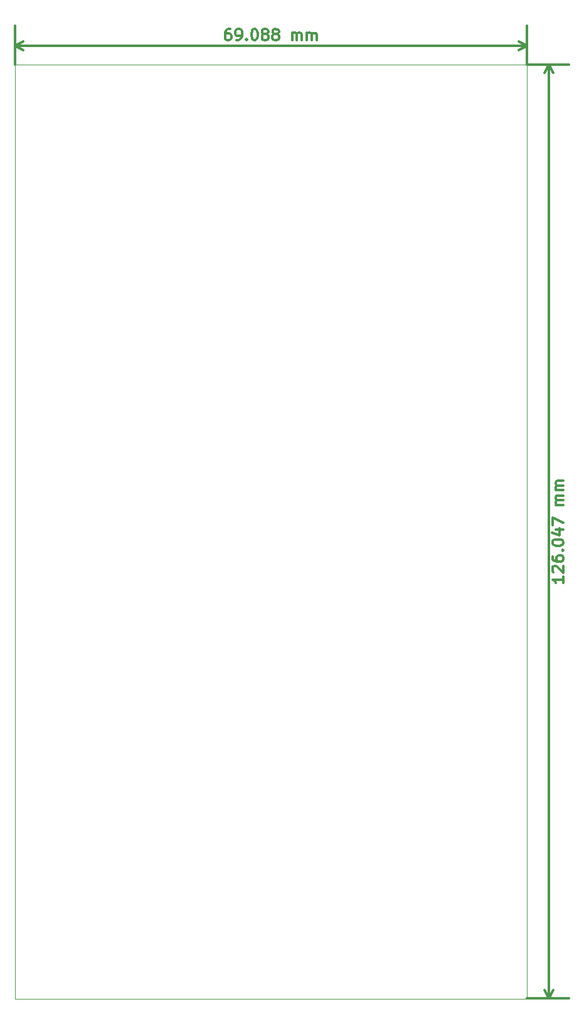
<source format=gbr>
G04 (created by PCBNEW (2013-07-07 BZR 4022)-stable) date 8/21/2014 1:45:18 PM*
%MOIN*%
G04 Gerber Fmt 3.4, Leading zero omitted, Abs format*
%FSLAX34Y34*%
G01*
G70*
G90*
G04 APERTURE LIST*
%ADD10C,0.00590551*%
%ADD11C,0.011811*%
%ADD12C,0.00393701*%
G04 APERTURE END LIST*
G54D10*
G54D11*
X51236Y-10175D02*
X51124Y-10175D01*
X51067Y-10203D01*
X51039Y-10231D01*
X50983Y-10315D01*
X50955Y-10428D01*
X50954Y-10653D01*
X50982Y-10709D01*
X51010Y-10737D01*
X51066Y-10765D01*
X51179Y-10766D01*
X51235Y-10738D01*
X51263Y-10710D01*
X51292Y-10653D01*
X51292Y-10513D01*
X51264Y-10456D01*
X51236Y-10428D01*
X51180Y-10400D01*
X51067Y-10400D01*
X51011Y-10428D01*
X50983Y-10456D01*
X50954Y-10512D01*
X51573Y-10766D02*
X51685Y-10767D01*
X51741Y-10739D01*
X51770Y-10710D01*
X51826Y-10626D01*
X51854Y-10514D01*
X51855Y-10289D01*
X51827Y-10232D01*
X51799Y-10204D01*
X51742Y-10176D01*
X51630Y-10176D01*
X51574Y-10204D01*
X51545Y-10232D01*
X51517Y-10288D01*
X51517Y-10429D01*
X51545Y-10485D01*
X51573Y-10513D01*
X51629Y-10541D01*
X51742Y-10542D01*
X51798Y-10514D01*
X51826Y-10486D01*
X51854Y-10429D01*
X52107Y-10711D02*
X52135Y-10739D01*
X52107Y-10767D01*
X52079Y-10739D01*
X52107Y-10711D01*
X52107Y-10767D01*
X52502Y-10177D02*
X52558Y-10178D01*
X52614Y-10206D01*
X52642Y-10234D01*
X52670Y-10290D01*
X52698Y-10403D01*
X52698Y-10543D01*
X52670Y-10656D01*
X52641Y-10712D01*
X52613Y-10740D01*
X52557Y-10768D01*
X52501Y-10768D01*
X52444Y-10740D01*
X52416Y-10712D01*
X52388Y-10655D01*
X52360Y-10543D01*
X52361Y-10402D01*
X52389Y-10290D01*
X52417Y-10234D01*
X52445Y-10205D01*
X52502Y-10177D01*
X53036Y-10431D02*
X52979Y-10403D01*
X52951Y-10375D01*
X52923Y-10319D01*
X52923Y-10291D01*
X52951Y-10234D01*
X52980Y-10206D01*
X53036Y-10178D01*
X53148Y-10179D01*
X53205Y-10207D01*
X53233Y-10235D01*
X53261Y-10291D01*
X53261Y-10319D01*
X53232Y-10376D01*
X53204Y-10404D01*
X53148Y-10432D01*
X53036Y-10431D01*
X52979Y-10459D01*
X52951Y-10488D01*
X52923Y-10544D01*
X52923Y-10656D01*
X52951Y-10713D01*
X52979Y-10741D01*
X53035Y-10769D01*
X53147Y-10769D01*
X53204Y-10741D01*
X53232Y-10713D01*
X53260Y-10657D01*
X53260Y-10544D01*
X53232Y-10488D01*
X53204Y-10460D01*
X53148Y-10432D01*
X53598Y-10432D02*
X53542Y-10404D01*
X53514Y-10376D01*
X53486Y-10320D01*
X53486Y-10292D01*
X53514Y-10235D01*
X53542Y-10207D01*
X53598Y-10179D01*
X53711Y-10180D01*
X53767Y-10208D01*
X53795Y-10236D01*
X53823Y-10292D01*
X53823Y-10320D01*
X53795Y-10377D01*
X53767Y-10405D01*
X53710Y-10433D01*
X53598Y-10432D01*
X53542Y-10460D01*
X53513Y-10489D01*
X53485Y-10545D01*
X53485Y-10657D01*
X53513Y-10713D01*
X53541Y-10742D01*
X53597Y-10770D01*
X53710Y-10770D01*
X53766Y-10742D01*
X53794Y-10714D01*
X53823Y-10658D01*
X53823Y-10545D01*
X53795Y-10489D01*
X53767Y-10461D01*
X53710Y-10433D01*
X54525Y-10772D02*
X54526Y-10378D01*
X54526Y-10434D02*
X54554Y-10406D01*
X54610Y-10378D01*
X54695Y-10378D01*
X54751Y-10406D01*
X54779Y-10463D01*
X54778Y-10772D01*
X54779Y-10463D02*
X54807Y-10406D01*
X54863Y-10378D01*
X54948Y-10379D01*
X55004Y-10407D01*
X55032Y-10463D01*
X55032Y-10772D01*
X55313Y-10773D02*
X55313Y-10379D01*
X55313Y-10435D02*
X55342Y-10407D01*
X55398Y-10379D01*
X55482Y-10379D01*
X55538Y-10408D01*
X55566Y-10464D01*
X55566Y-10773D01*
X55566Y-10464D02*
X55595Y-10408D01*
X55651Y-10380D01*
X55735Y-10380D01*
X55791Y-10408D01*
X55819Y-10464D01*
X55819Y-10774D01*
X39800Y-11050D02*
X67000Y-11075D01*
X39800Y-12050D02*
X39801Y-9987D01*
X67000Y-12075D02*
X67001Y-10012D01*
X67000Y-11075D02*
X66557Y-11305D01*
X67000Y-11075D02*
X66557Y-10843D01*
X39800Y-11050D02*
X40244Y-11281D01*
X39800Y-11050D02*
X40244Y-10819D01*
X68945Y-39252D02*
X68945Y-39590D01*
X68945Y-39421D02*
X68354Y-39421D01*
X68439Y-39477D01*
X68495Y-39534D01*
X68523Y-39590D01*
X68411Y-39027D02*
X68383Y-38999D01*
X68354Y-38943D01*
X68354Y-38802D01*
X68383Y-38746D01*
X68411Y-38718D01*
X68467Y-38690D01*
X68523Y-38690D01*
X68608Y-38718D01*
X68945Y-39055D01*
X68945Y-38690D01*
X68354Y-38184D02*
X68354Y-38296D01*
X68383Y-38352D01*
X68411Y-38381D01*
X68495Y-38437D01*
X68608Y-38465D01*
X68833Y-38465D01*
X68889Y-38437D01*
X68917Y-38409D01*
X68945Y-38352D01*
X68945Y-38240D01*
X68917Y-38184D01*
X68889Y-38156D01*
X68833Y-38127D01*
X68692Y-38127D01*
X68636Y-38156D01*
X68608Y-38184D01*
X68579Y-38240D01*
X68579Y-38352D01*
X68608Y-38409D01*
X68636Y-38437D01*
X68692Y-38465D01*
X68889Y-37874D02*
X68917Y-37846D01*
X68945Y-37874D01*
X68917Y-37902D01*
X68889Y-37874D01*
X68945Y-37874D01*
X68354Y-37481D02*
X68354Y-37424D01*
X68383Y-37368D01*
X68411Y-37340D01*
X68467Y-37312D01*
X68579Y-37284D01*
X68720Y-37284D01*
X68833Y-37312D01*
X68889Y-37340D01*
X68917Y-37368D01*
X68945Y-37424D01*
X68945Y-37481D01*
X68917Y-37537D01*
X68889Y-37565D01*
X68833Y-37593D01*
X68720Y-37621D01*
X68579Y-37621D01*
X68467Y-37593D01*
X68411Y-37565D01*
X68383Y-37537D01*
X68354Y-37481D01*
X68551Y-36778D02*
X68945Y-36778D01*
X68326Y-36918D02*
X68748Y-37059D01*
X68748Y-36693D01*
X68354Y-36525D02*
X68354Y-36131D01*
X68945Y-36384D01*
X68945Y-35456D02*
X68551Y-35456D01*
X68608Y-35456D02*
X68579Y-35428D01*
X68551Y-35372D01*
X68551Y-35287D01*
X68579Y-35231D01*
X68636Y-35203D01*
X68945Y-35203D01*
X68636Y-35203D02*
X68579Y-35175D01*
X68551Y-35118D01*
X68551Y-35034D01*
X68579Y-34978D01*
X68636Y-34950D01*
X68945Y-34950D01*
X68945Y-34669D02*
X68551Y-34669D01*
X68608Y-34669D02*
X68579Y-34640D01*
X68551Y-34584D01*
X68551Y-34500D01*
X68579Y-34444D01*
X68636Y-34415D01*
X68945Y-34415D01*
X68636Y-34415D02*
X68579Y-34387D01*
X68551Y-34331D01*
X68551Y-34247D01*
X68579Y-34190D01*
X68636Y-34162D01*
X68945Y-34162D01*
X68175Y-61675D02*
X68175Y-12050D01*
X67000Y-61675D02*
X69237Y-61675D01*
X67000Y-12050D02*
X69237Y-12050D01*
X68175Y-12050D02*
X68405Y-12493D01*
X68175Y-12050D02*
X67944Y-12493D01*
X68175Y-61675D02*
X68405Y-61231D01*
X68175Y-61675D02*
X67944Y-61231D01*
G54D12*
X67007Y-61033D02*
X67007Y-61023D01*
X39803Y-61683D02*
X67007Y-61683D01*
X39803Y-12047D02*
X39803Y-12066D01*
X67007Y-12047D02*
X39803Y-12047D01*
X67007Y-12047D02*
X67007Y-61683D01*
X39803Y-12047D02*
X39803Y-61683D01*
M02*

</source>
